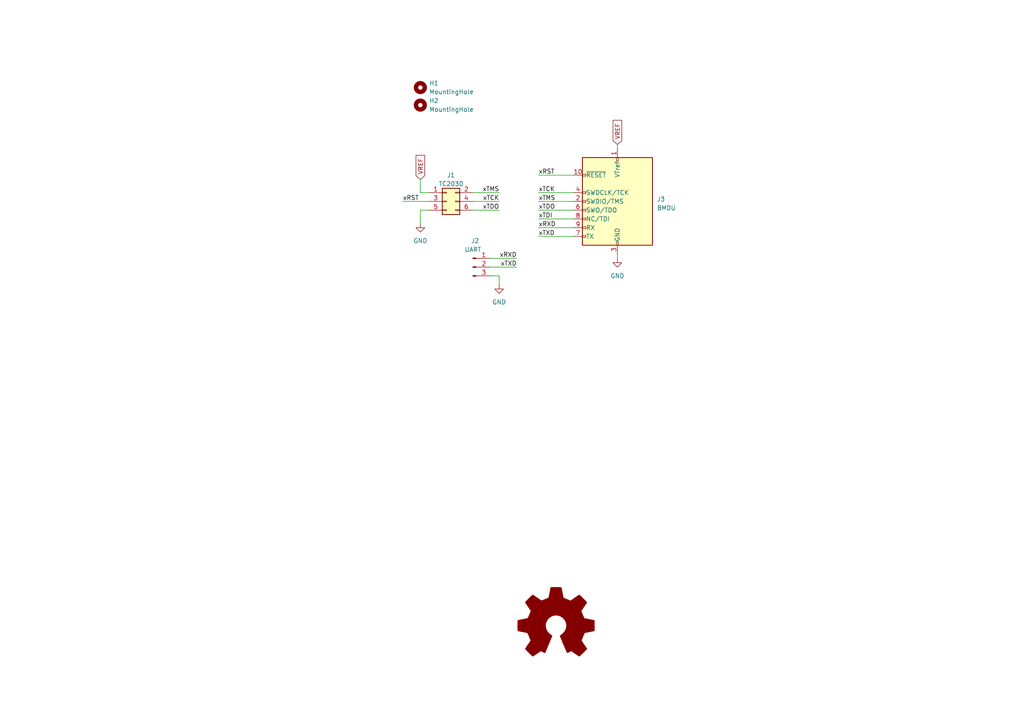
<source format=kicad_sch>
(kicad_sch (version 20230121) (generator eeschema)

  (uuid c6768de5-0194-485f-8e00-b3c832b0c3b6)

  (paper "A4")

  (title_block
    (title "net-bmp TC2030")
    (date "2023-10-31")
    (rev "a")
    (company "elagil")
  )

  (lib_symbols
    (symbol "Connector:Conn_01x03_Pin" (pin_names (offset 1.016) hide) (in_bom yes) (on_board yes)
      (property "Reference" "J" (at 0 5.08 0)
        (effects (font (size 1.27 1.27)))
      )
      (property "Value" "Conn_01x03_Pin" (at 0 -5.08 0)
        (effects (font (size 1.27 1.27)))
      )
      (property "Footprint" "" (at 0 0 0)
        (effects (font (size 1.27 1.27)) hide)
      )
      (property "Datasheet" "~" (at 0 0 0)
        (effects (font (size 1.27 1.27)) hide)
      )
      (property "ki_locked" "" (at 0 0 0)
        (effects (font (size 1.27 1.27)))
      )
      (property "ki_keywords" "connector" (at 0 0 0)
        (effects (font (size 1.27 1.27)) hide)
      )
      (property "ki_description" "Generic connector, single row, 01x03, script generated" (at 0 0 0)
        (effects (font (size 1.27 1.27)) hide)
      )
      (property "ki_fp_filters" "Connector*:*_1x??_*" (at 0 0 0)
        (effects (font (size 1.27 1.27)) hide)
      )
      (symbol "Conn_01x03_Pin_1_1"
        (polyline
          (pts
            (xy 1.27 -2.54)
            (xy 0.8636 -2.54)
          )
          (stroke (width 0.1524) (type default))
          (fill (type none))
        )
        (polyline
          (pts
            (xy 1.27 0)
            (xy 0.8636 0)
          )
          (stroke (width 0.1524) (type default))
          (fill (type none))
        )
        (polyline
          (pts
            (xy 1.27 2.54)
            (xy 0.8636 2.54)
          )
          (stroke (width 0.1524) (type default))
          (fill (type none))
        )
        (rectangle (start 0.8636 -2.413) (end 0 -2.667)
          (stroke (width 0.1524) (type default))
          (fill (type outline))
        )
        (rectangle (start 0.8636 0.127) (end 0 -0.127)
          (stroke (width 0.1524) (type default))
          (fill (type outline))
        )
        (rectangle (start 0.8636 2.667) (end 0 2.413)
          (stroke (width 0.1524) (type default))
          (fill (type outline))
        )
        (pin passive line (at 5.08 2.54 180) (length 3.81)
          (name "Pin_1" (effects (font (size 1.27 1.27))))
          (number "1" (effects (font (size 1.27 1.27))))
        )
        (pin passive line (at 5.08 0 180) (length 3.81)
          (name "Pin_2" (effects (font (size 1.27 1.27))))
          (number "2" (effects (font (size 1.27 1.27))))
        )
        (pin passive line (at 5.08 -2.54 180) (length 3.81)
          (name "Pin_3" (effects (font (size 1.27 1.27))))
          (number "3" (effects (font (size 1.27 1.27))))
        )
      )
    )
    (symbol "Connector_Generic:Conn_02x03_Odd_Even" (pin_names (offset 1.016) hide) (in_bom yes) (on_board yes)
      (property "Reference" "J" (at 1.27 5.08 0)
        (effects (font (size 1.27 1.27)))
      )
      (property "Value" "Conn_02x03_Odd_Even" (at 1.27 -5.08 0)
        (effects (font (size 1.27 1.27)))
      )
      (property "Footprint" "" (at 0 0 0)
        (effects (font (size 1.27 1.27)) hide)
      )
      (property "Datasheet" "~" (at 0 0 0)
        (effects (font (size 1.27 1.27)) hide)
      )
      (property "ki_keywords" "connector" (at 0 0 0)
        (effects (font (size 1.27 1.27)) hide)
      )
      (property "ki_description" "Generic connector, double row, 02x03, odd/even pin numbering scheme (row 1 odd numbers, row 2 even numbers), script generated (kicad-library-utils/schlib/autogen/connector/)" (at 0 0 0)
        (effects (font (size 1.27 1.27)) hide)
      )
      (property "ki_fp_filters" "Connector*:*_2x??_*" (at 0 0 0)
        (effects (font (size 1.27 1.27)) hide)
      )
      (symbol "Conn_02x03_Odd_Even_1_1"
        (rectangle (start -1.27 -2.413) (end 0 -2.667)
          (stroke (width 0.1524) (type default))
          (fill (type none))
        )
        (rectangle (start -1.27 0.127) (end 0 -0.127)
          (stroke (width 0.1524) (type default))
          (fill (type none))
        )
        (rectangle (start -1.27 2.667) (end 0 2.413)
          (stroke (width 0.1524) (type default))
          (fill (type none))
        )
        (rectangle (start -1.27 3.81) (end 3.81 -3.81)
          (stroke (width 0.254) (type default))
          (fill (type background))
        )
        (rectangle (start 3.81 -2.413) (end 2.54 -2.667)
          (stroke (width 0.1524) (type default))
          (fill (type none))
        )
        (rectangle (start 3.81 0.127) (end 2.54 -0.127)
          (stroke (width 0.1524) (type default))
          (fill (type none))
        )
        (rectangle (start 3.81 2.667) (end 2.54 2.413)
          (stroke (width 0.1524) (type default))
          (fill (type none))
        )
        (pin passive line (at -5.08 2.54 0) (length 3.81)
          (name "Pin_1" (effects (font (size 1.27 1.27))))
          (number "1" (effects (font (size 1.27 1.27))))
        )
        (pin passive line (at 7.62 2.54 180) (length 3.81)
          (name "Pin_2" (effects (font (size 1.27 1.27))))
          (number "2" (effects (font (size 1.27 1.27))))
        )
        (pin passive line (at -5.08 0 0) (length 3.81)
          (name "Pin_3" (effects (font (size 1.27 1.27))))
          (number "3" (effects (font (size 1.27 1.27))))
        )
        (pin passive line (at 7.62 0 180) (length 3.81)
          (name "Pin_4" (effects (font (size 1.27 1.27))))
          (number "4" (effects (font (size 1.27 1.27))))
        )
        (pin passive line (at -5.08 -2.54 0) (length 3.81)
          (name "Pin_5" (effects (font (size 1.27 1.27))))
          (number "5" (effects (font (size 1.27 1.27))))
        )
        (pin passive line (at 7.62 -2.54 180) (length 3.81)
          (name "Pin_6" (effects (font (size 1.27 1.27))))
          (number "6" (effects (font (size 1.27 1.27))))
        )
      )
    )
    (symbol "Connectors_Debug:ARM_BMDU_10" (pin_names (offset 1.016)) (in_bom yes) (on_board yes)
      (property "Reference" "J" (at -2.54 16.51 0)
        (effects (font (size 1.27 1.27)) (justify right))
      )
      (property "Value" "ARM_BMDU_10" (at -2.54 13.97 0)
        (effects (font (size 1.27 1.27)) (justify right bottom))
      )
      (property "Footprint" "" (at 0 0 0)
        (effects (font (size 1.27 1.27)) hide)
      )
      (property "Datasheet" "http://infocenter.arm.com/help/topic/com.arm.doc.ddi0314h/DDI0314H_coresight_components_trm.pdf" (at -8.89 -31.75 90)
        (effects (font (size 1.27 1.27)) hide)
      )
      (property "ki_keywords" "Cortex Debug Connector ARM SWD JTAG" (at 0 0 0)
        (effects (font (size 1.27 1.27)) hide)
      )
      (property "ki_description" "Cortex Debug Connector, standard ARM Cortex-M SWD and JTAG interface" (at 0 0 0)
        (effects (font (size 1.27 1.27)) hide)
      )
      (property "ki_fp_filters" "PinHeader?2x05?P1.27mm*" (at 0 0 0)
        (effects (font (size 1.27 1.27)) hide)
      )
      (symbol "ARM_BMDU_10_0_1"
        (rectangle (start -10.16 12.7) (end 10.16 -12.7)
          (stroke (width 0.254) (type default))
          (fill (type background))
        )
        (rectangle (start -0.254 -12.7) (end 0.254 -11.684)
          (stroke (width 0) (type default))
          (fill (type none))
        )
        (rectangle (start -0.254 12.7) (end 0.254 11.684)
          (stroke (width 0) (type default))
          (fill (type none))
        )
        (rectangle (start 9.144 -10.414) (end 10.16 -9.906)
          (stroke (width 0) (type default))
          (fill (type none))
        )
        (rectangle (start 9.144 -7.874) (end 10.16 -7.366)
          (stroke (width 0) (type default))
          (fill (type none))
        )
        (rectangle (start 9.144 2.286) (end 10.16 2.794)
          (stroke (width 0) (type default))
          (fill (type none))
        )
        (rectangle (start 10.16 -2.794) (end 9.144 -2.286)
          (stroke (width 0) (type default))
          (fill (type none))
        )
        (rectangle (start 10.16 -0.254) (end 9.144 0.254)
          (stroke (width 0) (type default))
          (fill (type none))
        )
        (rectangle (start 10.16 7.874) (end 9.144 7.366)
          (stroke (width 0) (type default))
          (fill (type none))
        )
      )
      (symbol "ARM_BMDU_10_1_1"
        (rectangle (start 9.144 -5.334) (end 10.16 -4.826)
          (stroke (width 0) (type default))
          (fill (type none))
        )
        (pin power_in line (at 0 15.24 270) (length 2.54)
          (name "VTref" (effects (font (size 1.27 1.27))))
          (number "1" (effects (font (size 1.27 1.27))))
        )
        (pin open_collector line (at 12.7 7.62 180) (length 2.54)
          (name "~{RESET}" (effects (font (size 1.27 1.27))))
          (number "10" (effects (font (size 1.27 1.27))))
        )
        (pin bidirectional line (at 12.7 0 180) (length 2.54)
          (name "SWDIO/TMS" (effects (font (size 1.27 1.27))))
          (number "2" (effects (font (size 1.27 1.27))))
        )
        (pin power_in line (at 0 -15.24 90) (length 2.54)
          (name "GND" (effects (font (size 1.27 1.27))))
          (number "3" (effects (font (size 1.27 1.27))))
        )
        (pin output line (at 12.7 2.54 180) (length 2.54)
          (name "SWDCLK/TCK" (effects (font (size 1.27 1.27))))
          (number "4" (effects (font (size 1.27 1.27))))
        )
        (pin passive line (at 0 -15.24 90) (length 2.54) hide
          (name "GND" (effects (font (size 1.27 1.27))))
          (number "5" (effects (font (size 1.27 1.27))))
        )
        (pin input line (at 12.7 -2.54 180) (length 2.54)
          (name "SWO/TDO" (effects (font (size 1.27 1.27))))
          (number "6" (effects (font (size 1.27 1.27))))
        )
        (pin output line (at 12.7 -10.16 180) (length 2.54)
          (name "TX" (effects (font (size 1.27 1.27))))
          (number "7" (effects (font (size 1.27 1.27))))
        )
        (pin output line (at 12.7 -5.08 180) (length 2.54)
          (name "NC/TDI" (effects (font (size 1.27 1.27))))
          (number "8" (effects (font (size 1.27 1.27))))
        )
        (pin input line (at 12.7 -7.62 180) (length 2.54)
          (name "RX" (effects (font (size 1.27 1.27))))
          (number "9" (effects (font (size 1.27 1.27))))
        )
      )
    )
    (symbol "Graphic:Logo_Open_Hardware_Large" (pin_names (offset 1.016)) (in_bom yes) (on_board yes)
      (property "Reference" "#LOGO" (at 0 12.7 0)
        (effects (font (size 1.27 1.27)) hide)
      )
      (property "Value" "Logo_Open_Hardware_Large" (at 0 -10.16 0)
        (effects (font (size 1.27 1.27)) hide)
      )
      (property "Footprint" "" (at 0 0 0)
        (effects (font (size 1.27 1.27)) hide)
      )
      (property "Datasheet" "~" (at 0 0 0)
        (effects (font (size 1.27 1.27)) hide)
      )
      (property "ki_keywords" "Logo" (at 0 0 0)
        (effects (font (size 1.27 1.27)) hide)
      )
      (property "ki_description" "Open Hardware logo, large" (at 0 0 0)
        (effects (font (size 1.27 1.27)) hide)
      )
      (symbol "Logo_Open_Hardware_Large_1_1"
        (polyline
          (pts
            (xy 6.731 -8.7122)
            (xy 6.6294 -8.6614)
            (xy 6.35 -8.4836)
            (xy 5.9944 -8.255)
            (xy 5.5372 -7.9502)
            (xy 5.1054 -7.6454)
            (xy 4.7498 -7.4168)
            (xy 4.4958 -7.239)
            (xy 4.3942 -7.1882)
            (xy 4.318 -7.2136)
            (xy 4.1148 -7.3152)
            (xy 3.81 -7.4676)
            (xy 3.6322 -7.5692)
            (xy 3.3528 -7.6708)
            (xy 3.2258 -7.6962)
            (xy 3.2004 -7.6708)
            (xy 3.0988 -7.4676)
            (xy 2.9464 -7.0866)
            (xy 2.7178 -6.604)
            (xy 2.4892 -6.0452)
            (xy 2.2352 -5.4356)
            (xy 1.9558 -4.826)
            (xy 1.7272 -4.2164)
            (xy 1.4986 -3.683)
            (xy 1.3208 -3.2512)
            (xy 1.2192 -2.9464)
            (xy 1.1684 -2.8194)
            (xy 1.1938 -2.794)
            (xy 1.3208 -2.667)
            (xy 1.5748 -2.4892)
            (xy 2.0828 -2.0574)
            (xy 2.6162 -1.397)
            (xy 2.921 -0.6604)
            (xy 3.048 0.1524)
            (xy 2.9464 0.9144)
            (xy 2.6416 1.6256)
            (xy 2.1336 2.286)
            (xy 1.524 2.7686)
            (xy 0.8128 3.0734)
            (xy 0 3.175)
            (xy -0.762 3.0988)
            (xy -1.4986 2.794)
            (xy -2.159 2.286)
            (xy -2.4384 1.9812)
            (xy -2.8194 1.3208)
            (xy -3.048 0.6096)
            (xy -3.0734 0.4318)
            (xy -3.0226 -0.3556)
            (xy -2.794 -1.0922)
            (xy -2.3876 -1.7526)
            (xy -1.8288 -2.3114)
            (xy -1.7526 -2.3622)
            (xy -1.4732 -2.5654)
            (xy -1.2954 -2.6924)
            (xy -1.1684 -2.8194)
            (xy -2.159 -5.207)
            (xy -2.3114 -5.588)
            (xy -2.5908 -6.2484)
            (xy -2.8194 -6.8072)
            (xy -3.0226 -7.2644)
            (xy -3.1496 -7.5692)
            (xy -3.2258 -7.6708)
            (xy -3.2258 -7.6962)
            (xy -3.302 -7.6962)
            (xy -3.4798 -7.6454)
            (xy -3.8354 -7.4676)
            (xy -4.0386 -7.366)
            (xy -4.2926 -7.239)
            (xy -4.4196 -7.1882)
            (xy -4.5212 -7.239)
            (xy -4.7498 -7.3914)
            (xy -5.1054 -7.6454)
            (xy -5.5372 -7.9248)
            (xy -5.9436 -8.2042)
            (xy -6.3246 -8.4582)
            (xy -6.604 -8.636)
            (xy -6.731 -8.7122)
            (xy -6.7564 -8.7122)
            (xy -6.858 -8.636)
            (xy -7.0866 -8.4582)
            (xy -7.4168 -8.1534)
            (xy -7.874 -7.6962)
            (xy -7.9502 -7.62)
            (xy -8.3312 -7.239)
            (xy -8.636 -6.9088)
            (xy -8.8392 -6.6802)
            (xy -8.9154 -6.5786)
            (xy -8.9154 -6.5786)
            (xy -8.8392 -6.4516)
            (xy -8.6614 -6.1722)
            (xy -8.4328 -5.7912)
            (xy -8.128 -5.3594)
            (xy -7.3152 -4.191)
            (xy -7.7724 -3.0988)
            (xy -7.8994 -2.7686)
            (xy -8.0772 -2.3622)
            (xy -8.2042 -2.0828)
            (xy -8.255 -1.9558)
            (xy -8.382 -1.905)
            (xy -8.6614 -1.8542)
            (xy -9.0932 -1.7526)
            (xy -9.6266 -1.651)
            (xy -10.1092 -1.5748)
            (xy -10.541 -1.4732)
            (xy -10.8712 -1.4224)
            (xy -11.0236 -1.397)
            (xy -11.049 -1.3716)
            (xy -11.0744 -1.2954)
            (xy -11.0998 -1.143)
            (xy -11.0998 -0.889)
            (xy -11.1252 -0.4572)
            (xy -11.1252 0.1524)
            (xy -11.1252 0.2286)
            (xy -11.0998 0.8128)
            (xy -11.0998 1.27)
            (xy -11.0744 1.5494)
            (xy -11.0744 1.6764)
            (xy -11.0744 1.6764)
            (xy -10.922 1.7018)
            (xy -10.6172 1.778)
            (xy -10.16 1.8542)
            (xy -9.652 1.9558)
            (xy -9.6012 1.9812)
            (xy -9.0932 2.0828)
            (xy -8.636 2.159)
            (xy -8.3312 2.2352)
            (xy -8.2042 2.286)
            (xy -8.1788 2.3114)
            (xy -8.0772 2.5146)
            (xy -7.9248 2.8448)
            (xy -7.747 3.2512)
            (xy -7.5692 3.6576)
            (xy -7.4168 4.0386)
            (xy -7.3152 4.318)
            (xy -7.2898 4.445)
            (xy -7.2898 4.445)
            (xy -7.366 4.572)
            (xy -7.5438 4.826)
            (xy -7.7978 5.207)
            (xy -8.128 5.6642)
            (xy -8.128 5.6896)
            (xy -8.4328 6.1468)
            (xy -8.6868 6.5278)
            (xy -8.8392 6.7818)
            (xy -8.9154 6.9088)
            (xy -8.9154 6.9088)
            (xy -8.8138 7.0358)
            (xy -8.5852 7.2898)
            (xy -8.255 7.6454)
            (xy -7.874 8.0264)
            (xy -7.747 8.1534)
            (xy -7.3152 8.5852)
            (xy -7.0104 8.8646)
            (xy -6.8326 8.9916)
            (xy -6.731 9.0424)
            (xy -6.731 9.0424)
            (xy -6.604 8.9408)
            (xy -6.3246 8.763)
            (xy -5.9436 8.509)
            (xy -5.4864 8.2042)
            (xy -5.461 8.1788)
            (xy -5.0038 7.874)
            (xy -4.6482 7.62)
            (xy -4.3688 7.4422)
            (xy -4.2672 7.3914)
            (xy -4.2418 7.3914)
            (xy -4.064 7.4422)
            (xy -3.7338 7.5438)
            (xy -3.3528 7.6962)
            (xy -2.9464 7.874)
            (xy -2.5654 8.0264)
            (xy -2.286 8.1534)
            (xy -2.159 8.2296)
            (xy -2.159 8.2296)
            (xy -2.1082 8.382)
            (xy -2.032 8.7122)
            (xy -1.9304 9.1694)
            (xy -1.8288 9.7282)
            (xy -1.8034 9.8044)
            (xy -1.7018 10.3378)
            (xy -1.6256 10.7696)
            (xy -1.5748 11.0744)
            (xy -1.524 11.2014)
            (xy -1.4478 11.2268)
            (xy -1.1938 11.2522)
            (xy -0.8128 11.2522)
            (xy -0.3302 11.2522)
            (xy 0.1524 11.2522)
            (xy 0.6604 11.2522)
            (xy 1.0668 11.2268)
            (xy 1.3716 11.2014)
            (xy 1.4986 11.176)
            (xy 1.4986 11.176)
            (xy 1.5494 11.0236)
            (xy 1.6256 10.6934)
            (xy 1.7018 10.2108)
            (xy 1.8288 9.6774)
            (xy 1.8288 9.5758)
            (xy 1.9304 9.0424)
            (xy 2.032 8.6106)
            (xy 2.0828 8.3058)
            (xy 2.1336 8.2042)
            (xy 2.159 8.1788)
            (xy 2.3876 8.0772)
            (xy 2.7432 7.9248)
            (xy 3.175 7.747)
            (xy 4.191 7.3406)
            (xy 5.461 8.2042)
            (xy 5.5626 8.2804)
            (xy 6.0198 8.5852)
            (xy 6.3754 8.8392)
            (xy 6.6294 8.9916)
            (xy 6.7564 9.0424)
            (xy 6.7564 9.0424)
            (xy 6.8834 8.9408)
            (xy 7.1374 8.7122)
            (xy 7.4676 8.382)
            (xy 7.8486 7.9756)
            (xy 8.1534 7.6962)
            (xy 8.4836 7.3406)
            (xy 8.7122 7.112)
            (xy 8.8392 6.9596)
            (xy 8.8646 6.858)
            (xy 8.8646 6.8072)
            (xy 8.7884 6.6802)
            (xy 8.6106 6.4008)
            (xy 8.3312 6.0198)
            (xy 8.0264 5.588)
            (xy 7.7978 5.207)
            (xy 7.5184 4.8006)
            (xy 7.3406 4.4958)
            (xy 7.2898 4.3434)
            (xy 7.2898 4.2926)
            (xy 7.3914 4.0386)
            (xy 7.5184 3.683)
            (xy 7.7216 3.2258)
            (xy 8.1534 2.2352)
            (xy 8.7884 2.1082)
            (xy 9.1948 2.0574)
            (xy 9.7536 1.9304)
            (xy 10.2616 1.8288)
            (xy 11.0998 1.6764)
            (xy 11.1252 -1.3208)
            (xy 10.9982 -1.3716)
            (xy 10.8712 -1.397)
            (xy 10.5664 -1.4732)
            (xy 10.1346 -1.5494)
            (xy 9.6266 -1.651)
            (xy 9.1948 -1.7272)
            (xy 8.7376 -1.8288)
            (xy 8.4328 -1.8796)
            (xy 8.2804 -1.905)
            (xy 8.255 -1.9558)
            (xy 8.1534 -2.159)
            (xy 7.9756 -2.5146)
            (xy 7.8232 -2.921)
            (xy 7.6454 -3.3274)
            (xy 7.493 -3.7338)
            (xy 7.366 -4.0132)
            (xy 7.3406 -4.191)
            (xy 7.3914 -4.2926)
            (xy 7.5692 -4.5466)
            (xy 7.7978 -4.9276)
            (xy 8.1026 -5.3594)
            (xy 8.4074 -5.7912)
            (xy 8.6614 -6.1722)
            (xy 8.8138 -6.4262)
            (xy 8.89 -6.5532)
            (xy 8.8646 -6.6548)
            (xy 8.6868 -6.858)
            (xy 8.3566 -7.1882)
            (xy 7.874 -7.6708)
            (xy 7.7978 -7.747)
            (xy 7.3914 -8.128)
            (xy 7.0612 -8.4328)
            (xy 6.8326 -8.636)
            (xy 6.731 -8.7122)
          )
          (stroke (width 0) (type default))
          (fill (type outline))
        )
      )
    )
    (symbol "Mechanical:MountingHole" (pin_names (offset 1.016)) (in_bom yes) (on_board yes)
      (property "Reference" "H" (at 0 5.08 0)
        (effects (font (size 1.27 1.27)))
      )
      (property "Value" "MountingHole" (at 0 3.175 0)
        (effects (font (size 1.27 1.27)))
      )
      (property "Footprint" "" (at 0 0 0)
        (effects (font (size 1.27 1.27)) hide)
      )
      (property "Datasheet" "~" (at 0 0 0)
        (effects (font (size 1.27 1.27)) hide)
      )
      (property "ki_keywords" "mounting hole" (at 0 0 0)
        (effects (font (size 1.27 1.27)) hide)
      )
      (property "ki_description" "Mounting Hole without connection" (at 0 0 0)
        (effects (font (size 1.27 1.27)) hide)
      )
      (property "ki_fp_filters" "MountingHole*" (at 0 0 0)
        (effects (font (size 1.27 1.27)) hide)
      )
      (symbol "MountingHole_0_1"
        (circle (center 0 0) (radius 1.27)
          (stroke (width 1.27) (type default))
          (fill (type none))
        )
      )
    )
    (symbol "power:GND" (power) (pin_names (offset 0)) (in_bom yes) (on_board yes)
      (property "Reference" "#PWR" (at 0 -6.35 0)
        (effects (font (size 1.27 1.27)) hide)
      )
      (property "Value" "GND" (at 0 -3.81 0)
        (effects (font (size 1.27 1.27)))
      )
      (property "Footprint" "" (at 0 0 0)
        (effects (font (size 1.27 1.27)) hide)
      )
      (property "Datasheet" "" (at 0 0 0)
        (effects (font (size 1.27 1.27)) hide)
      )
      (property "ki_keywords" "global power" (at 0 0 0)
        (effects (font (size 1.27 1.27)) hide)
      )
      (property "ki_description" "Power symbol creates a global label with name \"GND\" , ground" (at 0 0 0)
        (effects (font (size 1.27 1.27)) hide)
      )
      (symbol "GND_0_1"
        (polyline
          (pts
            (xy 0 0)
            (xy 0 -1.27)
            (xy 1.27 -1.27)
            (xy 0 -2.54)
            (xy -1.27 -1.27)
            (xy 0 -1.27)
          )
          (stroke (width 0) (type default))
          (fill (type none))
        )
      )
      (symbol "GND_1_1"
        (pin power_in line (at 0 0 270) (length 0) hide
          (name "GND" (effects (font (size 1.27 1.27))))
          (number "1" (effects (font (size 1.27 1.27))))
        )
      )
    )
  )


  (wire (pts (xy 121.92 55.88) (xy 121.92 52.07))
    (stroke (width 0) (type default))
    (uuid 03a201e0-ece7-431f-add4-cf23672e7e83)
  )
  (wire (pts (xy 156.21 68.58) (xy 166.37 68.58))
    (stroke (width 0) (type default))
    (uuid 053060f8-df5d-47cc-98f6-fe9112afdf06)
  )
  (wire (pts (xy 144.78 60.96) (xy 137.16 60.96))
    (stroke (width 0) (type default))
    (uuid 1b30d602-62fe-47c7-bc07-587b5f444ea7)
  )
  (wire (pts (xy 156.21 66.04) (xy 166.37 66.04))
    (stroke (width 0) (type default))
    (uuid 33ca011c-0ef8-4811-a121-b30aa4d6c031)
  )
  (wire (pts (xy 142.24 77.47) (xy 149.86 77.47))
    (stroke (width 0) (type default))
    (uuid 351911b0-2310-4f89-a197-80b857e40244)
  )
  (wire (pts (xy 156.21 63.5) (xy 166.37 63.5))
    (stroke (width 0) (type default))
    (uuid 3b031c1b-db1d-4341-8248-a50c48c495f7)
  )
  (wire (pts (xy 156.21 55.88) (xy 166.37 55.88))
    (stroke (width 0) (type default))
    (uuid 43cfb994-c631-4a9d-83dd-2fbe8a98f9c9)
  )
  (wire (pts (xy 116.84 58.42) (xy 124.46 58.42))
    (stroke (width 0) (type default))
    (uuid 54573c78-17c3-4afd-9906-fddc776bea30)
  )
  (wire (pts (xy 156.21 58.42) (xy 166.37 58.42))
    (stroke (width 0) (type default))
    (uuid 594f022a-3a5c-4c93-9638-31498c6192c9)
  )
  (wire (pts (xy 142.24 74.93) (xy 149.86 74.93))
    (stroke (width 0) (type default))
    (uuid 5ee4d887-4fd9-4978-b100-200f8d0ba805)
  )
  (wire (pts (xy 124.46 55.88) (xy 121.92 55.88))
    (stroke (width 0) (type default))
    (uuid 66d33814-ae32-4737-a8b9-9ccc9aa7bb79)
  )
  (wire (pts (xy 179.07 41.91) (xy 179.07 43.18))
    (stroke (width 0) (type default))
    (uuid 6fa5b109-fac5-42ba-ae6c-b0129eedf74e)
  )
  (wire (pts (xy 156.21 50.8) (xy 166.37 50.8))
    (stroke (width 0) (type default))
    (uuid 8244750b-3bcc-4630-820d-00abc405aae9)
  )
  (wire (pts (xy 121.92 60.96) (xy 124.46 60.96))
    (stroke (width 0) (type default))
    (uuid 858b397c-1002-4f2a-bd55-d1397bdc7470)
  )
  (wire (pts (xy 121.92 64.77) (xy 121.92 60.96))
    (stroke (width 0) (type default))
    (uuid 8f8748bf-d58a-4fea-9058-c24c51532975)
  )
  (wire (pts (xy 156.21 60.96) (xy 166.37 60.96))
    (stroke (width 0) (type default))
    (uuid 983ee549-13eb-4ccb-ad24-6637bb922c2e)
  )
  (wire (pts (xy 142.24 80.01) (xy 144.78 80.01))
    (stroke (width 0) (type default))
    (uuid eaa81a5e-b33a-481d-940e-ad0e6d2eb5f5)
  )
  (wire (pts (xy 144.78 58.42) (xy 137.16 58.42))
    (stroke (width 0) (type default))
    (uuid eb498e13-c3a3-4c23-8697-6d354c85f01a)
  )
  (wire (pts (xy 179.07 73.66) (xy 179.07 74.93))
    (stroke (width 0) (type default))
    (uuid ec13145f-d571-404b-82b0-72fb4e22dbb3)
  )
  (wire (pts (xy 144.78 80.01) (xy 144.78 82.55))
    (stroke (width 0) (type default))
    (uuid f50db977-f4d2-410a-8317-0676a0390e05)
  )
  (wire (pts (xy 144.78 55.88) (xy 137.16 55.88))
    (stroke (width 0) (type default))
    (uuid fdae0d6c-3ff2-4ef1-9c4f-8a29bf0b66c3)
  )

  (label "xRXD" (at 156.21 66.04 0) (fields_autoplaced)
    (effects (font (size 1.27 1.27)) (justify left bottom))
    (uuid 0ec288a7-0263-41b0-9e38-f139ebc20c8e)
  )
  (label "xRXD" (at 149.86 74.93 180) (fields_autoplaced)
    (effects (font (size 1.27 1.27)) (justify right bottom))
    (uuid 2af724c0-0429-4806-b845-1ed121bcd5e8)
  )
  (label "xTDO" (at 144.78 60.96 180) (fields_autoplaced)
    (effects (font (size 1.27 1.27)) (justify right bottom))
    (uuid 2c7367ad-e583-4b2d-bbe0-a7f7ffc4c5a5)
  )
  (label "xTMS" (at 144.78 55.88 180) (fields_autoplaced)
    (effects (font (size 1.27 1.27)) (justify right bottom))
    (uuid 30bd2a42-bade-4a94-804c-99b4a0274c70)
  )
  (label "xTMS" (at 156.21 58.42 0) (fields_autoplaced)
    (effects (font (size 1.27 1.27)) (justify left bottom))
    (uuid 4de61e94-a913-4234-89f7-42bb19909260)
  )
  (label "xTCK" (at 156.21 55.88 0) (fields_autoplaced)
    (effects (font (size 1.27 1.27)) (justify left bottom))
    (uuid 535d2f5e-9a34-4d62-89fb-ec69a55fb485)
  )
  (label "xRST" (at 116.84 58.42 0) (fields_autoplaced)
    (effects (font (size 1.27 1.27)) (justify left bottom))
    (uuid 69fdf1e8-c164-49c9-bb7e-99e63cb4b14a)
  )
  (label "xTDO" (at 156.21 60.96 0) (fields_autoplaced)
    (effects (font (size 1.27 1.27)) (justify left bottom))
    (uuid 77622502-7252-48bb-80e6-e8a491e93c47)
  )
  (label "xTDI" (at 156.21 63.5 0) (fields_autoplaced)
    (effects (font (size 1.27 1.27)) (justify left bottom))
    (uuid 79173c6e-0e11-4189-94bc-5818256b7609)
  )
  (label "xTXD" (at 149.86 77.47 180) (fields_autoplaced)
    (effects (font (size 1.27 1.27)) (justify right bottom))
    (uuid 9cc26cb6-6d76-48ff-a78b-17aebb2a1374)
  )
  (label "xRST" (at 156.21 50.8 0) (fields_autoplaced)
    (effects (font (size 1.27 1.27)) (justify left bottom))
    (uuid b963531b-3c75-4c09-95a5-688586afb070)
  )
  (label "xTCK" (at 144.78 58.42 180) (fields_autoplaced)
    (effects (font (size 1.27 1.27)) (justify right bottom))
    (uuid bd9e970a-cb48-4e06-be2e-ee1ad7b5aae6)
  )
  (label "xTXD" (at 156.21 68.58 0) (fields_autoplaced)
    (effects (font (size 1.27 1.27)) (justify left bottom))
    (uuid cd6f1794-3ec6-494f-a9a2-2aa9f92f6fd8)
  )

  (global_label "VREF" (shape input) (at 179.07 41.91 90) (fields_autoplaced)
    (effects (font (size 1.27 1.27)) (justify left))
    (uuid 1c4a12d3-105f-4229-9eba-d95b47f20547)
    (property "Intersheetrefs" "${INTERSHEET_REFS}" (at 179.07 34.408 90)
      (effects (font (size 1.27 1.27)) (justify left) hide)
    )
  )
  (global_label "VREF" (shape input) (at 121.92 52.07 90) (fields_autoplaced)
    (effects (font (size 1.27 1.27)) (justify left))
    (uuid 8e71583e-95be-4acb-a580-c992e91d7821)
    (property "Intersheetrefs" "${INTERSHEET_REFS}" (at 121.92 44.568 90)
      (effects (font (size 1.27 1.27)) (justify left) hide)
    )
  )

  (symbol (lib_id "Mechanical:MountingHole") (at 121.92 25.4 0) (unit 1)
    (in_bom yes) (on_board yes) (dnp no) (fields_autoplaced)
    (uuid 6692b996-272c-4ff4-894c-cfec829dc953)
    (property "Reference" "H1" (at 124.46 24.1299 0)
      (effects (font (size 1.27 1.27)) (justify left))
    )
    (property "Value" "MountingHole" (at 124.46 26.6699 0)
      (effects (font (size 1.27 1.27)) (justify left))
    )
    (property "Footprint" "MountingHole:MountingHole_3.2mm_M3_ISO7380_Pad" (at 121.92 25.4 0)
      (effects (font (size 1.27 1.27)) hide)
    )
    (property "Datasheet" "~" (at 121.92 25.4 0)
      (effects (font (size 1.27 1.27)) hide)
    )
    (property "Mfr.Nr." "~" (at 121.92 25.4 0)
      (effects (font (size 1.27 1.27)) hide)
    )
    (property "MPN" "" (at 121.92 25.4 0)
      (effects (font (size 1.27 1.27)) hide)
    )
    (instances
      (project "net-bmp"
        (path "/0556e588-02fe-48e5-93e8-fa3aab1c90e7"
          (reference "H1") (unit 1)
        )
      )
      (project "dsp-amplifier-x4"
        (path "/576f00e6-a1be-45d3-9b93-e26d9e0fe306"
          (reference "H2") (unit 1)
        )
      )
      (project "debug_adapter"
        (path "/c6768de5-0194-485f-8e00-b3c832b0c3b6"
          (reference "H1") (unit 1)
        )
      )
    )
  )

  (symbol (lib_id "Mechanical:MountingHole") (at 121.92 30.48 0) (unit 1)
    (in_bom yes) (on_board yes) (dnp no) (fields_autoplaced)
    (uuid 789fdbce-a0bb-4de0-aff2-f2da13137b7b)
    (property "Reference" "H2" (at 124.46 29.2099 0)
      (effects (font (size 1.27 1.27)) (justify left))
    )
    (property "Value" "MountingHole" (at 124.46 31.7499 0)
      (effects (font (size 1.27 1.27)) (justify left))
    )
    (property "Footprint" "MountingHole:MountingHole_3.2mm_M3_ISO7380_Pad" (at 121.92 30.48 0)
      (effects (font (size 1.27 1.27)) hide)
    )
    (property "Datasheet" "~" (at 121.92 30.48 0)
      (effects (font (size 1.27 1.27)) hide)
    )
    (property "Mfr.Nr." "~" (at 121.92 30.48 0)
      (effects (font (size 1.27 1.27)) hide)
    )
    (property "MPN" "" (at 121.92 30.48 0)
      (effects (font (size 1.27 1.27)) hide)
    )
    (instances
      (project "net-bmp"
        (path "/0556e588-02fe-48e5-93e8-fa3aab1c90e7"
          (reference "H2") (unit 1)
        )
      )
      (project "dsp-amplifier-x4"
        (path "/576f00e6-a1be-45d3-9b93-e26d9e0fe306"
          (reference "H1") (unit 1)
        )
      )
      (project "debug_adapter"
        (path "/c6768de5-0194-485f-8e00-b3c832b0c3b6"
          (reference "H2") (unit 1)
        )
      )
    )
  )

  (symbol (lib_id "power:GND") (at 121.92 64.77 0) (unit 1)
    (in_bom yes) (on_board yes) (dnp no) (fields_autoplaced)
    (uuid 9d3bec3d-478c-4ab5-860e-5a45b3be1a2f)
    (property "Reference" "#PWR02" (at 121.92 71.12 0)
      (effects (font (size 1.27 1.27)) hide)
    )
    (property "Value" "GND" (at 121.92 69.85 0)
      (effects (font (size 1.27 1.27)))
    )
    (property "Footprint" "" (at 121.92 64.77 0)
      (effects (font (size 1.27 1.27)) hide)
    )
    (property "Datasheet" "" (at 121.92 64.77 0)
      (effects (font (size 1.27 1.27)) hide)
    )
    (pin "1" (uuid cd03ac3f-c0e6-43d2-add5-10cc687b0018))
    (instances
      (project "debug_adapter"
        (path "/c6768de5-0194-485f-8e00-b3c832b0c3b6"
          (reference "#PWR02") (unit 1)
        )
      )
    )
  )

  (symbol (lib_id "Connector:Conn_01x03_Pin") (at 137.16 77.47 0) (unit 1)
    (in_bom yes) (on_board yes) (dnp no)
    (uuid ad14af8f-122f-49a7-b28f-45f925138be8)
    (property "Reference" "J2" (at 137.795 69.85 0)
      (effects (font (size 1.27 1.27)))
    )
    (property "Value" "UART" (at 137.16 72.39 0)
      (effects (font (size 1.27 1.27)))
    )
    (property "Footprint" "Connector_PinHeader_2.54mm:PinHeader_1x03_P2.54mm_Vertical" (at 137.16 77.47 0)
      (effects (font (size 1.27 1.27)) hide)
    )
    (property "Datasheet" "~" (at 137.16 77.47 0)
      (effects (font (size 1.27 1.27)) hide)
    )
    (pin "1" (uuid afda87b2-7da8-47ea-8ad3-c69ac6739a0b))
    (pin "2" (uuid 87aec169-d0d4-488e-8d51-3a73a4f53364))
    (pin "3" (uuid 80e55cbf-ce94-44a3-b1ba-b95599d09090))
    (instances
      (project "debug_adapter"
        (path "/c6768de5-0194-485f-8e00-b3c832b0c3b6"
          (reference "J2") (unit 1)
        )
      )
    )
  )

  (symbol (lib_id "power:GND") (at 144.78 82.55 0) (unit 1)
    (in_bom yes) (on_board yes) (dnp no) (fields_autoplaced)
    (uuid b7ec7ae5-bb36-4d5c-a049-bf2721d2d516)
    (property "Reference" "#PWR01" (at 144.78 88.9 0)
      (effects (font (size 1.27 1.27)) hide)
    )
    (property "Value" "GND" (at 144.78 87.63 0)
      (effects (font (size 1.27 1.27)))
    )
    (property "Footprint" "" (at 144.78 82.55 0)
      (effects (font (size 1.27 1.27)) hide)
    )
    (property "Datasheet" "" (at 144.78 82.55 0)
      (effects (font (size 1.27 1.27)) hide)
    )
    (pin "1" (uuid abb21409-077d-41b1-aead-cf3f89a2e732))
    (instances
      (project "debug_adapter"
        (path "/c6768de5-0194-485f-8e00-b3c832b0c3b6"
          (reference "#PWR01") (unit 1)
        )
      )
    )
  )

  (symbol (lib_id "Graphic:Logo_Open_Hardware_Large") (at 161.29 181.61 0) (unit 1)
    (in_bom yes) (on_board yes) (dnp no) (fields_autoplaced)
    (uuid cb591856-88cb-4ee8-8612-63f65162749c)
    (property "Reference" "oshw1" (at 161.29 168.91 0)
      (effects (font (size 1.27 1.27)) hide)
    )
    (property "Value" "Logo_Open_Hardware_Large" (at 161.29 191.77 0)
      (effects (font (size 1.27 1.27)) hide)
    )
    (property "Footprint" "Symbol:OSHW-Symbol_6.7x6mm_SilkScreen" (at 161.29 181.61 0)
      (effects (font (size 1.27 1.27)) hide)
    )
    (property "Datasheet" "~" (at 161.29 181.61 0)
      (effects (font (size 1.27 1.27)) hide)
    )
    (property "MPN" "" (at 161.29 181.61 0)
      (effects (font (size 1.27 1.27)) hide)
    )
    (instances
      (project "net-bmp"
        (path "/0556e588-02fe-48e5-93e8-fa3aab1c90e7"
          (reference "oshw1") (unit 1)
        )
      )
      (project "dsp-amplifier-x4"
        (path "/576f00e6-a1be-45d3-9b93-e26d9e0fe306"
          (reference "oshw1") (unit 1)
        )
      )
      (project "debug_adapter"
        (path "/c6768de5-0194-485f-8e00-b3c832b0c3b6"
          (reference "oshw1") (unit 1)
        )
      )
    )
  )

  (symbol (lib_id "power:GND") (at 179.07 74.93 0) (unit 1)
    (in_bom yes) (on_board yes) (dnp no) (fields_autoplaced)
    (uuid e35680be-b2c1-4f36-b5c0-7019fbbeb364)
    (property "Reference" "#PWR015" (at 179.07 81.28 0)
      (effects (font (size 1.27 1.27)) hide)
    )
    (property "Value" "GND" (at 179.07 80.01 0)
      (effects (font (size 1.27 1.27)))
    )
    (property "Footprint" "" (at 179.07 74.93 0)
      (effects (font (size 1.27 1.27)) hide)
    )
    (property "Datasheet" "" (at 179.07 74.93 0)
      (effects (font (size 1.27 1.27)) hide)
    )
    (pin "1" (uuid b1fce331-ad3c-4e9d-babb-cc177108adb8))
    (instances
      (project "net-bmp"
        (path "/0556e588-02fe-48e5-93e8-fa3aab1c90e7"
          (reference "#PWR015") (unit 1)
        )
      )
      (project "debug_adapter"
        (path "/c6768de5-0194-485f-8e00-b3c832b0c3b6"
          (reference "#PWR03") (unit 1)
        )
      )
    )
  )

  (symbol (lib_id "Connectors_Debug:ARM_BMDU_10") (at 179.07 58.42 0) (mirror y) (unit 1)
    (in_bom yes) (on_board yes) (dnp no)
    (uuid e918875e-9cc3-4a98-84bb-ab20f5aaa66b)
    (property "Reference" "J3" (at 190.5 57.785 0)
      (effects (font (size 1.27 1.27)) (justify right))
    )
    (property "Value" "BMDU" (at 190.5 60.325 0)
      (effects (font (size 1.27 1.27)) (justify right))
    )
    (property "Footprint" "Connector_PinSocket_1.27mm:PinSocket_2x05_P1.27mm_Vertical_SMD" (at 179.07 58.42 0)
      (effects (font (size 1.27 1.27)) hide)
    )
    (property "Datasheet" "http://infocenter.arm.com/help/topic/com.arm.doc.ddi0314h/DDI0314H_coresight_components_trm.pdf" (at 187.96 90.17 90)
      (effects (font (size 1.27 1.27)) hide)
    )
    (property "MPN" "" (at 179.07 58.42 0)
      (effects (font (size 1.27 1.27)) hide)
    )
    (pin "1" (uuid 439756a5-83f9-4586-9461-c5b14606ce78))
    (pin "10" (uuid b3118c35-d603-43c8-852c-11d3a7dfc34b))
    (pin "2" (uuid 1b8e6b4c-5124-451d-a9ad-bd6250fbe48f))
    (pin "3" (uuid 96ef0c1a-b84f-4724-a8f7-ff916f9eec32))
    (pin "4" (uuid 1f6c4e1e-24f1-4752-9fc0-0e0e271518c6))
    (pin "5" (uuid 84d513e7-93b2-499d-a423-8c0dae6afce3))
    (pin "6" (uuid d50b71c5-ee13-470f-b2d8-cf0f30740836))
    (pin "7" (uuid fc6e9a94-ddc3-48db-ab62-ea6e9e350941))
    (pin "8" (uuid 44216987-f138-4967-8d6d-938142558167))
    (pin "9" (uuid 55cdd9fc-a6fa-42bc-87f7-dea6c5a2eb88))
    (instances
      (project "net-bmp"
        (path "/0556e588-02fe-48e5-93e8-fa3aab1c90e7"
          (reference "J3") (unit 1)
        )
      )
      (project "debug_adapter"
        (path "/c6768de5-0194-485f-8e00-b3c832b0c3b6"
          (reference "J3") (unit 1)
        )
      )
    )
  )

  (symbol (lib_id "Connector_Generic:Conn_02x03_Odd_Even") (at 129.54 58.42 0) (unit 1)
    (in_bom yes) (on_board yes) (dnp no) (fields_autoplaced)
    (uuid f1f781a3-378b-4b4c-80aa-80b1661f6028)
    (property "Reference" "J1" (at 130.81 50.8 0)
      (effects (font (size 1.27 1.27)))
    )
    (property "Value" "TC2030" (at 130.81 53.34 0)
      (effects (font (size 1.27 1.27)))
    )
    (property "Footprint" "Connector_IDC:IDC-Header_2x03_P2.54mm_Vertical" (at 129.54 58.42 0)
      (effects (font (size 1.27 1.27)) hide)
    )
    (property "Datasheet" "~" (at 129.54 58.42 0)
      (effects (font (size 1.27 1.27)) hide)
    )
    (pin "1" (uuid ff2e158a-17fd-449a-9d93-a6bd2acc80e2))
    (pin "2" (uuid 7406e162-90f8-42cc-80c3-06fbc1020d65))
    (pin "3" (uuid 38f12cfb-2a34-4959-8824-e109292a9b89))
    (pin "4" (uuid 1d747241-f9e6-400e-a689-63c3491b475b))
    (pin "5" (uuid 044711f0-267a-4bb2-86dc-41782a0c9a80))
    (pin "6" (uuid 9e7b25b6-c1d5-4f70-9e07-fcc0f332e1bb))
    (instances
      (project "debug_adapter"
        (path "/c6768de5-0194-485f-8e00-b3c832b0c3b6"
          (reference "J1") (unit 1)
        )
      )
    )
  )

  (sheet_instances
    (path "/" (page "1"))
  )
)

</source>
